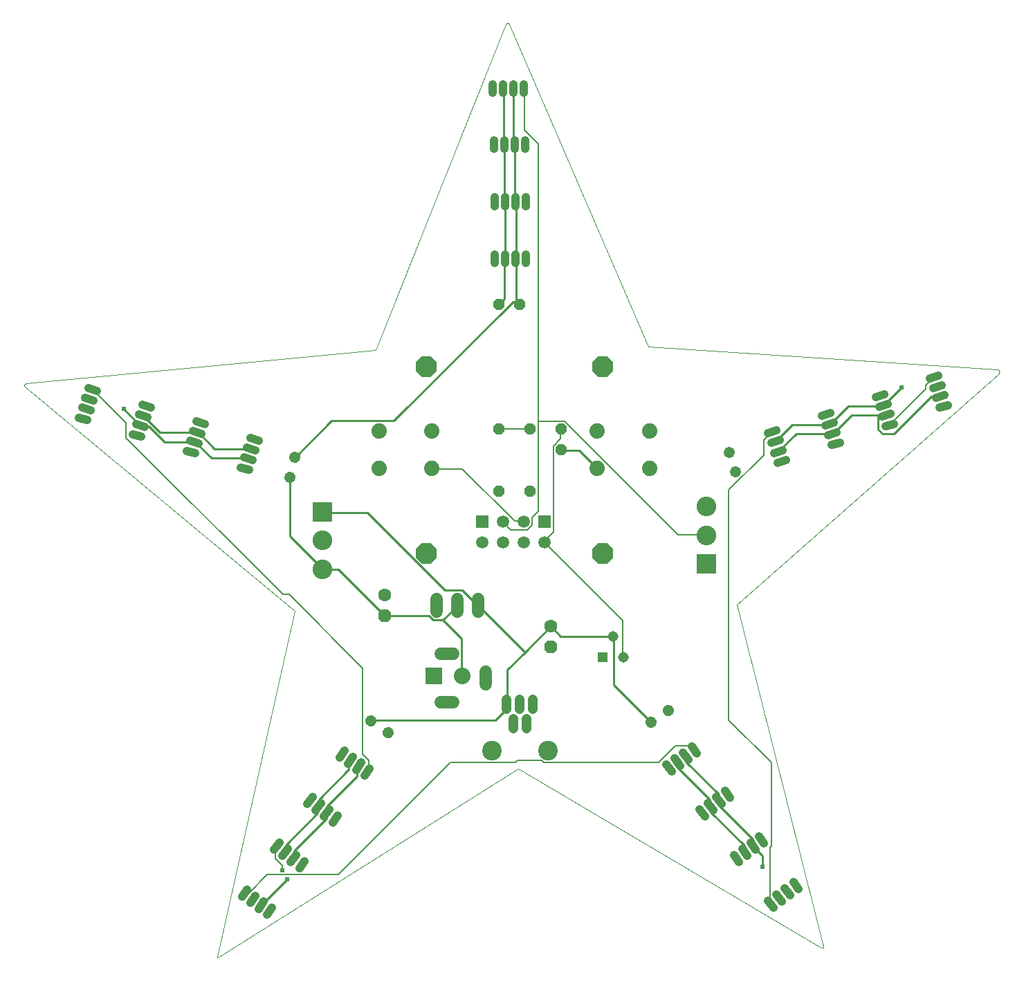
<source format=gbl>
G04 EAGLE Gerber RS-274X export*
G75*
%MOMM*%
%FSLAX34Y34*%
%LPD*%
%INBottom Copper*%
%IPPOS*%
%AMOC8*
5,1,8,0,0,1.08239X$1,22.5*%
G01*
%ADD10C,0.001000*%
%ADD11P,1.429621X8X292.500000*%
%ADD12P,1.429621X8X112.500000*%
%ADD13C,1.879600*%
%ADD14R,1.508000X1.508000*%
%ADD15C,1.508000*%
%ADD16C,1.058000*%
%ADD17R,1.308000X1.308000*%
%ADD18C,1.308000*%
%ADD19C,1.508000*%
%ADD20P,2.749271X8X202.500000*%
%ADD21R,2.413000X2.413000*%
%ADD22C,2.413000*%
%ADD23C,1.524000*%
%ADD24R,2.032000X2.032000*%
%ADD25C,2.032000*%
%ADD26P,1.732040X8X292.500000*%
%ADD27C,1.600200*%
%ADD28C,1.208000*%
%ADD29C,2.400000*%
%ADD30P,1.429621X8X278.500000*%
%ADD31P,1.429621X8X202.500000*%
%ADD32P,1.429621X8X130.500000*%
%ADD33P,1.429621X8X58.500000*%
%ADD34P,1.429621X8X346.500000*%
%ADD35C,0.152400*%
%ADD36C,0.254000*%
%ADD37C,0.609600*%


D10*
X767380Y748707D02*
X596777Y1142947D01*
X596737Y1143033D01*
X596694Y1143119D01*
X596647Y1143202D01*
X596597Y1143283D01*
X596543Y1143362D01*
X596487Y1143439D01*
X596427Y1143513D01*
X596364Y1143585D01*
X596298Y1143655D01*
X596230Y1143721D01*
X596159Y1143785D01*
X596085Y1143845D01*
X596009Y1143903D01*
X595930Y1143957D01*
X595849Y1144008D01*
X595767Y1144056D01*
X595682Y1144100D01*
X595596Y1144141D01*
X595508Y1144178D01*
X595418Y1144211D01*
X595327Y1144241D01*
X595235Y1144267D01*
X595143Y1144289D01*
X595049Y1144307D01*
X594954Y1144321D01*
X594860Y1144332D01*
X594764Y1144338D01*
X594669Y1144341D01*
X594573Y1144340D01*
X594478Y1144334D01*
X594383Y1144325D01*
X594288Y1144312D01*
X594194Y1144295D01*
X594101Y1144274D01*
X594009Y1144249D01*
X593918Y1144221D01*
X593828Y1144188D01*
X593740Y1144153D01*
X593653Y1144113D01*
X593567Y1144070D01*
X593484Y1144023D01*
X593403Y1143973D01*
X593323Y1143920D01*
X593247Y1143863D01*
X593172Y1143804D01*
X593100Y1143741D01*
X593031Y1143676D01*
X592964Y1143607D01*
X592900Y1143536D01*
X592839Y1143462D01*
X592782Y1143386D01*
X592727Y1143308D01*
X592676Y1143227D01*
X592628Y1143145D01*
X592584Y1143060D01*
X592543Y1142974D01*
X592506Y1142886D01*
X433200Y743945D01*
X5663Y703530D01*
X5568Y703520D01*
X5473Y703505D01*
X5379Y703486D01*
X5286Y703464D01*
X5193Y703437D01*
X5102Y703407D01*
X5012Y703374D01*
X4924Y703336D01*
X4837Y703296D01*
X4752Y703251D01*
X4668Y703204D01*
X4587Y703153D01*
X4508Y703098D01*
X4431Y703041D01*
X4357Y702980D01*
X4285Y702917D01*
X4215Y702850D01*
X4149Y702781D01*
X4085Y702709D01*
X4024Y702635D01*
X3967Y702558D01*
X3912Y702479D01*
X3861Y702398D01*
X3813Y702315D01*
X3768Y702230D01*
X3727Y702143D01*
X3690Y702055D01*
X3656Y701965D01*
X3626Y701874D01*
X3599Y701782D01*
X3576Y701688D01*
X3557Y701594D01*
X3542Y701500D01*
X3531Y701404D01*
X3524Y701309D01*
X3520Y701213D01*
X3521Y701117D01*
X3525Y701021D01*
X3533Y700925D01*
X3545Y700830D01*
X3561Y700735D01*
X3581Y700641D01*
X3605Y700548D01*
X3632Y700456D01*
X3663Y700365D01*
X3698Y700276D01*
X3736Y700188D01*
X3778Y700101D01*
X3823Y700017D01*
X3872Y699934D01*
X3924Y699853D01*
X3979Y699775D01*
X4037Y699699D01*
X4099Y699625D01*
X4163Y699554D01*
X4230Y699485D01*
X4300Y699419D01*
X4373Y699356D01*
X4372Y699356D02*
X334466Y424653D01*
X239866Y1453D01*
X239857Y1405D01*
X239852Y1357D01*
X239851Y1308D01*
X239854Y1260D01*
X239860Y1212D01*
X239870Y1165D01*
X239884Y1118D01*
X239902Y1073D01*
X239923Y1029D01*
X239947Y987D01*
X239974Y947D01*
X240005Y910D01*
X240038Y875D01*
X240074Y842D01*
X240113Y813D01*
X240154Y787D01*
X240196Y763D01*
X240240Y744D01*
X240286Y728D01*
X240333Y715D01*
X240381Y706D01*
X240429Y701D01*
X240477Y700D01*
X240526Y703D01*
X240574Y709D01*
X240621Y719D01*
X240668Y733D01*
X240713Y750D01*
X240757Y771D01*
X240799Y795D01*
X607616Y232081D01*
X978645Y12656D01*
X978716Y12616D01*
X978789Y12580D01*
X978864Y12547D01*
X978940Y12518D01*
X979017Y12493D01*
X979095Y12471D01*
X979175Y12453D01*
X979255Y12439D01*
X979336Y12429D01*
X979417Y12422D01*
X979498Y12420D01*
X979580Y12422D01*
X979661Y12427D01*
X979742Y12436D01*
X979822Y12449D01*
X979902Y12466D01*
X979980Y12487D01*
X980058Y12512D01*
X980134Y12540D01*
X980209Y12572D01*
X980282Y12607D01*
X980354Y12646D01*
X980423Y12688D01*
X980491Y12734D01*
X980556Y12783D01*
X980619Y12835D01*
X980679Y12889D01*
X980736Y12947D01*
X980791Y13007D01*
X980843Y13070D01*
X980891Y13136D01*
X980937Y13203D01*
X980979Y13273D01*
X981018Y13344D01*
X981053Y13418D01*
X981085Y13493D01*
X981113Y13569D01*
X981137Y13647D01*
X981158Y13726D01*
X981174Y13805D01*
X981187Y13886D01*
X981196Y13966D01*
X981202Y14048D01*
X981203Y14129D01*
X981200Y14210D01*
X981194Y14292D01*
X981183Y14372D01*
X981169Y14452D01*
X981151Y14532D01*
X981150Y14532D02*
X875170Y432359D01*
X1195568Y714823D01*
X1195652Y714899D01*
X1195734Y714979D01*
X1195812Y715061D01*
X1195888Y715145D01*
X1195960Y715233D01*
X1196030Y715322D01*
X1196097Y715414D01*
X1196160Y715508D01*
X1196220Y715605D01*
X1196277Y715703D01*
X1196330Y715803D01*
X1196380Y715905D01*
X1196427Y716009D01*
X1196470Y716114D01*
X1196509Y716220D01*
X1196545Y716328D01*
X1196577Y716437D01*
X1196605Y716547D01*
X1196629Y716658D01*
X1196650Y716769D01*
X1196667Y716882D01*
X1196680Y716995D01*
X1196689Y717108D01*
X1196695Y717221D01*
X1196696Y717335D01*
X1196694Y717448D01*
X1196687Y717562D01*
X1196677Y717675D01*
X1196663Y717787D01*
X1196645Y717899D01*
X1196624Y718011D01*
X1196598Y718121D01*
X1196569Y718231D01*
X1196536Y718340D01*
X1196499Y718447D01*
X1196459Y718553D01*
X1196415Y718658D01*
X1196368Y718761D01*
X1196317Y718863D01*
X1196263Y718962D01*
X1196205Y719060D01*
X1196144Y719156D01*
X1196080Y719250D01*
X1196012Y719341D01*
X1195942Y719430D01*
X1195868Y719517D01*
X1195792Y719601D01*
X1195713Y719682D01*
X1195631Y719761D01*
X1195546Y719836D01*
X1195459Y719909D01*
X1195370Y719979D01*
X1195278Y720046D01*
X1195184Y720109D01*
X1195088Y720170D01*
X1194990Y720227D01*
X1194890Y720280D01*
X1194788Y720331D01*
X1194684Y720377D01*
X1194579Y720420D01*
X1194473Y720460D01*
X1194365Y720496D01*
X1194256Y720528D01*
X1194146Y720557D01*
X1194035Y720581D01*
X1193924Y720602D01*
X1193812Y720619D01*
X1193699Y720632D01*
X1193586Y720642D01*
X1193585Y720642D02*
X767380Y748707D01*
D11*
X660400Y647700D03*
X660400Y622300D03*
D12*
X622300Y571500D03*
X622300Y647700D03*
X584200Y571500D03*
X584200Y647700D03*
D13*
X502412Y599694D03*
X437388Y599694D03*
X502412Y644906D03*
X437388Y644906D03*
X704088Y644906D03*
X769112Y644906D03*
X704088Y599694D03*
X769112Y599694D03*
D14*
X563500Y534670D03*
D15*
X588900Y534670D03*
X614300Y534670D03*
X614300Y509270D03*
X588900Y509270D03*
X563500Y509270D03*
X639700Y509270D03*
D14*
X639700Y534670D03*
D16*
X576580Y1058970D02*
X576580Y1069550D01*
X589280Y1069550D02*
X589280Y1058970D01*
X601980Y1058970D02*
X601980Y1069550D01*
X614680Y1069550D02*
X614680Y1058970D01*
X577850Y1000970D02*
X577850Y990390D01*
X590550Y990390D02*
X590550Y1000970D01*
X603250Y1000970D02*
X603250Y990390D01*
X615950Y990390D02*
X615950Y1000970D01*
X579120Y931120D02*
X579120Y920540D01*
X591820Y920540D02*
X591820Y931120D01*
X604520Y931120D02*
X604520Y920540D01*
X617220Y920540D02*
X617220Y931120D01*
X579120Y861270D02*
X579120Y850690D01*
X591820Y850690D02*
X591820Y861270D01*
X604520Y861270D02*
X604520Y850690D01*
X617220Y850690D02*
X617220Y861270D01*
X1111762Y709903D02*
X1121824Y713172D01*
X1125749Y701094D02*
X1115687Y697825D01*
X1119611Y685746D02*
X1129673Y689015D01*
X1133598Y676937D02*
X1123536Y673668D01*
X1055784Y690312D02*
X1045722Y687043D01*
X1049647Y674965D02*
X1059709Y678234D01*
X1063633Y666155D02*
X1053571Y662886D01*
X1057496Y650808D02*
X1067558Y654077D01*
X989744Y667452D02*
X979682Y664183D01*
X983607Y652105D02*
X993669Y655374D01*
X997593Y643295D02*
X987531Y640026D01*
X991456Y627948D02*
X1001518Y631217D01*
X923704Y645862D02*
X913642Y642593D01*
X917567Y630515D02*
X927629Y633784D01*
X931553Y621705D02*
X921491Y618436D01*
X925416Y606358D02*
X935478Y609627D01*
X944482Y92947D02*
X950701Y84388D01*
X940427Y76923D02*
X934208Y85482D01*
X923933Y78017D02*
X930152Y69458D01*
X919878Y61993D02*
X913659Y70552D01*
X908791Y140268D02*
X902572Y148827D01*
X892298Y141362D02*
X898517Y132803D01*
X888242Y125338D02*
X882023Y133897D01*
X871749Y126432D02*
X877968Y117873D01*
X866881Y196148D02*
X860662Y204707D01*
X850388Y197242D02*
X856607Y188683D01*
X846332Y181218D02*
X840113Y189777D01*
X829839Y182312D02*
X836058Y173753D01*
X826241Y250758D02*
X820022Y259317D01*
X809748Y251852D02*
X815967Y243293D01*
X805692Y235828D02*
X799473Y244387D01*
X789199Y236922D02*
X795418Y228363D01*
X306811Y61662D02*
X300592Y53103D01*
X290318Y60568D02*
X296537Y69127D01*
X286262Y76592D02*
X280043Y68033D01*
X269769Y75498D02*
X275988Y84057D01*
X339962Y110253D02*
X346181Y118812D01*
X335907Y126277D02*
X329688Y117718D01*
X319413Y125183D02*
X325632Y133742D01*
X315358Y141207D02*
X309139Y132648D01*
X380602Y166133D02*
X386821Y174692D01*
X376547Y182157D02*
X370328Y173598D01*
X360053Y181063D02*
X366272Y189622D01*
X355998Y197087D02*
X349779Y188528D01*
D17*
X711200Y368300D03*
D18*
X723900Y393700D03*
X736600Y368300D03*
D19*
X528240Y312900D02*
X513160Y312900D01*
X513160Y372900D02*
X528240Y372900D01*
X567700Y350440D02*
X567700Y335360D01*
D20*
X495300Y723900D03*
X495300Y495300D03*
X711200Y723900D03*
X711200Y495300D03*
D21*
X838200Y482600D03*
D22*
X838200Y517600D03*
X838200Y552600D03*
D21*
X368300Y546100D03*
D22*
X368300Y511100D03*
X368300Y476100D03*
D23*
X508000Y439420D02*
X508000Y424180D01*
X533400Y424180D02*
X533400Y439420D01*
X558800Y439420D02*
X558800Y424180D01*
D24*
X504190Y345440D03*
D25*
X539190Y345440D03*
D26*
X647700Y381000D03*
D27*
X647700Y406400D03*
D26*
X444500Y419100D03*
D27*
X444500Y444500D03*
D28*
X609600Y316880D02*
X609600Y304800D01*
X593600Y304800D02*
X593600Y316880D01*
X625600Y316880D02*
X625600Y304800D01*
D29*
X575600Y254300D03*
D28*
X601600Y280720D02*
X601600Y292800D01*
X617600Y292800D02*
X617600Y280720D01*
D29*
X644600Y254300D03*
D16*
X426191Y231842D02*
X419972Y223283D01*
X409698Y230748D02*
X415917Y239307D01*
X405642Y246772D02*
X399423Y238213D01*
X389149Y245678D02*
X395368Y254237D01*
X80424Y658428D02*
X70362Y661697D01*
X74287Y673775D02*
X84349Y670506D01*
X88273Y682585D02*
X78211Y685854D01*
X82136Y697932D02*
X92198Y694663D01*
X136402Y641377D02*
X146464Y638108D01*
X150389Y650186D02*
X140327Y653455D01*
X144251Y665534D02*
X154313Y662265D01*
X158238Y674343D02*
X148176Y677612D01*
X202442Y621057D02*
X212504Y617788D01*
X216429Y629866D02*
X206367Y633135D01*
X210291Y645214D02*
X220353Y641945D01*
X224278Y654023D02*
X214216Y657292D01*
X268482Y600737D02*
X278544Y597468D01*
X282469Y609546D02*
X272407Y612815D01*
X276331Y624894D02*
X286393Y621625D01*
X290318Y633703D02*
X280256Y636972D01*
D30*
X334542Y613033D03*
X328398Y588387D03*
D31*
X609600Y800100D03*
X584200Y800100D03*
D32*
X873875Y594982D03*
X866025Y619138D03*
D33*
X770775Y288445D03*
X791325Y303375D03*
D34*
X427875Y290675D03*
X448425Y275745D03*
D35*
X615696Y1013460D02*
X615696Y1063752D01*
X615696Y1013460D02*
X632460Y996696D01*
X632460Y656844D02*
X632460Y547116D01*
X632460Y656844D02*
X632460Y996696D01*
X632460Y547116D02*
X624840Y539496D01*
X624840Y530352D01*
X618744Y524256D01*
X598932Y524256D01*
X589788Y533400D01*
X615696Y1063752D02*
X614680Y1064260D01*
X588900Y534670D02*
X589788Y533400D01*
X803148Y518160D02*
X838200Y518160D01*
X803148Y518160D02*
X664464Y656844D01*
X632460Y656844D01*
X838200Y518160D02*
X838200Y517600D01*
D36*
X943356Y653034D02*
X988314Y653034D01*
X943356Y653034D02*
X922782Y632460D01*
X988314Y653034D02*
X988638Y653739D01*
X922782Y632460D02*
X922598Y632149D01*
X1011936Y675894D02*
X1054608Y675894D01*
X1011936Y675894D02*
X989838Y653796D01*
X1054608Y675894D02*
X1054678Y676599D01*
X989838Y653796D02*
X988638Y653739D01*
X1055370Y677418D02*
X1076706Y698754D01*
X1055370Y677418D02*
X1054678Y676599D01*
X853440Y200406D02*
X853440Y193548D01*
X853440Y200406D02*
X813054Y240792D01*
X813054Y246888D01*
X853440Y193548D02*
X853497Y192962D01*
X813054Y246888D02*
X812857Y247572D01*
X895350Y144780D02*
X895350Y137160D01*
X895350Y144780D02*
X854202Y185928D01*
X854202Y192024D01*
X895350Y137160D02*
X895407Y137082D01*
X854202Y192024D02*
X853497Y192962D01*
X906780Y125730D02*
X906780Y112014D01*
X906780Y125730D02*
X896112Y136398D01*
X895407Y137082D01*
X294132Y65532D02*
X293427Y64848D01*
X155448Y651510D02*
X145542Y651510D01*
X155448Y651510D02*
X175260Y631698D01*
X211074Y631698D01*
X145542Y651510D02*
X145358Y651821D01*
X211074Y631698D02*
X211398Y631501D01*
X144780Y652272D02*
X124968Y672084D01*
X144780Y652272D02*
X145358Y651821D01*
X232410Y611886D02*
X277368Y611886D01*
X232410Y611886D02*
X212598Y631698D01*
X277368Y611886D02*
X277438Y611181D01*
X212598Y631698D02*
X211398Y631501D01*
X589788Y996696D02*
X589788Y1063752D01*
X589788Y996696D02*
X590550Y995934D01*
X589788Y1063752D02*
X589280Y1064260D01*
X590550Y995934D02*
X590550Y995680D01*
X591312Y855726D02*
X591312Y806958D01*
X584454Y800100D01*
X591312Y855726D02*
X591820Y855980D01*
X584454Y800100D02*
X584200Y800100D01*
X592074Y856488D02*
X592074Y925830D01*
X591820Y925830D01*
X592074Y856488D02*
X591820Y855980D01*
X591312Y926592D02*
X591312Y995172D01*
X590550Y995680D01*
X591312Y926592D02*
X591820Y925830D01*
X660654Y621792D02*
X681990Y621792D01*
X704088Y599694D01*
X660654Y621792D02*
X660400Y622300D01*
X498348Y419100D02*
X444500Y419100D01*
X498348Y419100D02*
X503682Y413766D01*
X515874Y413766D01*
X533400Y431292D01*
X533400Y431800D01*
X387858Y475488D02*
X368808Y475488D01*
X387858Y475488D02*
X443484Y419862D01*
X368808Y475488D02*
X368300Y476100D01*
X443484Y419862D02*
X444500Y419100D01*
X538734Y390906D02*
X538734Y345948D01*
X538734Y390906D02*
X515874Y413766D01*
X538734Y345948D02*
X539190Y345440D01*
X328422Y516636D02*
X328422Y588264D01*
X328422Y516636D02*
X368046Y477012D01*
X328422Y588264D02*
X328398Y588387D01*
X368046Y477012D02*
X368300Y476100D01*
D37*
X1076706Y698754D03*
X906780Y112014D03*
X124968Y672084D03*
D36*
X325374Y96774D02*
X294894Y66294D01*
X293427Y64848D01*
X373380Y170688D02*
X373380Y177546D01*
X373380Y170688D02*
X333756Y131064D01*
X333756Y123444D01*
X332994Y122682D01*
X373380Y177546D02*
X373437Y177878D01*
X332994Y122682D02*
X332797Y121998D01*
X373380Y179070D02*
X373380Y185166D01*
X410718Y222504D01*
X410718Y233172D01*
X412242Y234696D01*
X373380Y179070D02*
X373437Y177878D01*
X412242Y234696D02*
X412807Y235028D01*
D37*
X325374Y96774D03*
D35*
X584200Y647700D02*
X622300Y647700D01*
X736092Y413004D02*
X736092Y368808D01*
X736092Y413004D02*
X640080Y509016D01*
X736092Y368808D02*
X736600Y368300D01*
X640080Y509016D02*
X639700Y509270D01*
X659892Y635508D02*
X659892Y647700D01*
X659892Y635508D02*
X650748Y626364D01*
X650748Y521208D01*
X640080Y510540D01*
X659892Y647700D02*
X660400Y647700D01*
X640080Y510540D02*
X639700Y509270D01*
X614172Y534924D02*
X603504Y534924D01*
X539496Y598932D01*
X502920Y598932D01*
X614172Y534924D02*
X614300Y534670D01*
X502920Y598932D02*
X502412Y599694D01*
D36*
X605028Y804672D02*
X605028Y855726D01*
X605028Y804672D02*
X609600Y800100D01*
X605028Y855726D02*
X604520Y855980D01*
X605028Y856488D02*
X605028Y925830D01*
X604520Y925830D01*
X605028Y856488D02*
X604520Y855980D01*
X603504Y926592D02*
X603504Y995172D01*
X603250Y995680D01*
X603504Y926592D02*
X604520Y925830D01*
X601980Y997458D02*
X601980Y1064260D01*
X601980Y997458D02*
X602742Y996696D01*
X603250Y995680D01*
X214884Y643890D02*
X169164Y643890D01*
X149352Y663702D01*
X214884Y643890D02*
X215322Y643579D01*
X149352Y663702D02*
X149282Y663899D01*
X236220Y623316D02*
X281178Y623316D01*
X236220Y623316D02*
X216408Y643128D01*
X281178Y623316D02*
X281362Y623259D01*
X216408Y643128D02*
X215322Y643579D01*
X601980Y803910D02*
X604266Y803910D01*
X601980Y803910D02*
X455676Y657606D01*
X379476Y657606D01*
X335280Y613410D01*
X604266Y803910D02*
X609600Y800100D01*
X335280Y613410D02*
X334542Y613033D01*
X947928Y641604D02*
X992124Y641604D01*
X947928Y641604D02*
X926592Y620268D01*
X992124Y641604D02*
X992562Y641661D01*
X926592Y620268D02*
X926522Y620071D01*
X1015746Y664464D02*
X1058418Y664464D01*
X1015746Y664464D02*
X993648Y642366D01*
X1058418Y664464D02*
X1058602Y664521D01*
X993648Y642366D02*
X992562Y641661D01*
X1113282Y687324D02*
X1123950Y687324D01*
X1113282Y687324D02*
X1067562Y641604D01*
X1053846Y641604D01*
X1048512Y646938D01*
X1048512Y663702D01*
X1123950Y687324D02*
X1124642Y687381D01*
X1058602Y664521D02*
X1048512Y663702D01*
X594360Y352806D02*
X594360Y304800D01*
X616077Y374523D02*
X647700Y406146D01*
X616077Y374523D02*
X594360Y352806D01*
X594360Y304800D02*
X593600Y304800D01*
X647700Y406146D02*
X647700Y406400D01*
X659892Y393954D02*
X723900Y393954D01*
X659892Y393954D02*
X648462Y405384D01*
X723900Y393954D02*
X723900Y393700D01*
X648462Y405384D02*
X647700Y406400D01*
X616077Y374523D02*
X558800Y431800D01*
X842772Y193548D02*
X842772Y185928D01*
X842772Y193548D02*
X803148Y233172D01*
X803148Y240030D01*
X842772Y185928D02*
X843223Y185498D01*
X803148Y240030D02*
X802583Y240108D01*
X884682Y137922D02*
X884682Y130302D01*
X884682Y137922D02*
X843534Y179070D01*
X843534Y184404D01*
X884682Y130302D02*
X885133Y129618D01*
X843534Y184404D02*
X843223Y185498D01*
X724662Y334518D02*
X724662Y393192D01*
X724662Y334518D02*
X770382Y288798D01*
X724662Y393192D02*
X723900Y393700D01*
X770382Y288798D02*
X770775Y288445D01*
X579882Y291084D02*
X428244Y291084D01*
X579882Y291084D02*
X592836Y304038D01*
X428244Y291084D02*
X427875Y290675D01*
X592836Y304038D02*
X593600Y304800D01*
X422910Y545592D02*
X368808Y545592D01*
X422910Y545592D02*
X518160Y450342D01*
X539496Y450342D01*
X557784Y432054D01*
X368808Y545592D02*
X368300Y546100D01*
X557784Y432054D02*
X558800Y431800D01*
X362712Y185166D02*
X362712Y177546D01*
X323088Y137922D01*
X323088Y129540D01*
X362712Y185166D02*
X363163Y185342D01*
X323088Y129540D02*
X322523Y129462D01*
X364236Y185928D02*
X364236Y194310D01*
X400812Y230886D01*
X400812Y240792D01*
X402336Y242316D01*
X364236Y185928D02*
X363163Y185342D01*
X402336Y242316D02*
X402533Y242492D01*
D35*
X915924Y135636D02*
X915924Y67056D01*
X915924Y135636D02*
X917448Y137160D01*
X917448Y239268D01*
X865632Y291084D01*
X865632Y573024D01*
X908304Y615696D01*
X908304Y633984D01*
X917448Y643128D01*
X915924Y67056D02*
X916768Y66273D01*
X917448Y643128D02*
X918673Y644228D01*
X1063752Y653796D02*
X1106424Y696468D01*
X1106424Y701040D01*
X1115568Y710184D01*
X1063752Y653796D02*
X1062527Y652442D01*
X1115568Y710184D02*
X1116793Y711538D01*
X278130Y80010D02*
X273558Y80010D01*
X278130Y80010D02*
X300228Y102108D01*
X387858Y102108D01*
X525018Y239268D01*
X604266Y239268D01*
X607314Y242316D01*
X636270Y242316D01*
X639318Y239268D01*
X779526Y239268D01*
X800100Y259842D01*
X818388Y259842D01*
X822960Y255270D01*
X273558Y80010D02*
X272878Y79777D01*
X822960Y255270D02*
X823132Y255037D01*
X319278Y113538D02*
X319278Y107442D01*
X319278Y113538D02*
X310896Y121920D01*
X310896Y135636D01*
X311658Y136398D01*
X312248Y136927D01*
D37*
X319278Y107442D03*
D35*
X391668Y249936D02*
X392258Y249957D01*
X128016Y655320D02*
X88392Y694944D01*
X128016Y655320D02*
X128016Y637032D01*
X320040Y445008D01*
X327660Y445008D01*
X417576Y355092D01*
X417576Y249936D01*
X425196Y242316D01*
X425196Y230124D01*
X423672Y228600D01*
X88392Y694944D02*
X87167Y696298D01*
X423672Y228600D02*
X423082Y227563D01*
M02*

</source>
